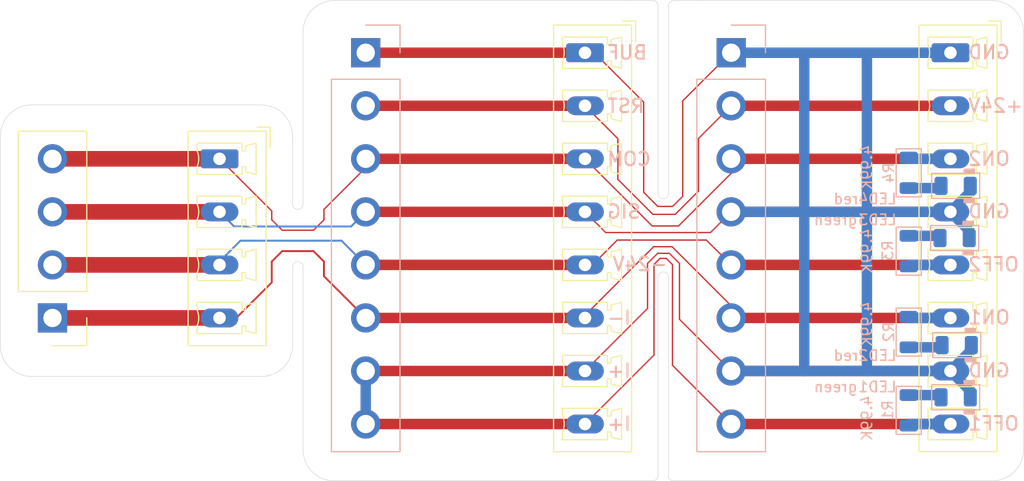
<source format=kicad_pcb>
(kicad_pcb (version 20241229) (generator "pcbnew") (generator_version "9.0")
  (layers (0 "F.Cu" signal) (2 "B.Cu" signal) (13 "F.Paste" user) (15 "B.Paste" user) (5 "F.SilkS" user "F.Silkscreen") (7 "B.SilkS" user "B.Silkscreen") (1 "F.Mask" user) (3 "B.Mask" user) (25 "Edge.Cuts" user))
  (net 0 "")
  (net 1 "/BUF")
  (net 2 "/-24V")
  (net 3 "/COM")
  (net 4 "/Isig-")
  (net 5 "/+24V")
  (net 6 "Net-(LED1-A)")
  (net 7 "Net-(LED2-A)")
  (net 8 "Net-(LED3-A)")
  (net 9 "Net-(LED4-A)")
  (net 10 "/RESET")
  (net 11 "/Isig+")
  (net 12 "/SIG")
  (net 13 "/close2")
  (net 14 "/open2")
  (net 15 "/open1")
  (net 16 "/GND")
  (net 17 "/close1")
  (footprint "Connector_Samtec_HPM_THT:Samtec_HPM-04-01-x-S_Straight_1x04_Pitch5.08mm" (layer "F.Cu") (at 46 79.4 180)
    (property "Reference" "J6" (hide yes))
    (property "Value" "Conn_01x04" (hide yes))
    (pad "1" thru_hole rect (at 0 0 180) (size 2.8 2.8) (drill 1.75) (layers "*.Cu" "*.Mask") (net 4 "/Isig-"))
    (pad "2" thru_hole circle (at 0 5.08 180) (size 2.8 2.8) (drill 1.75) (layers "*.Cu" "*.Mask") (net 2 "/-24V"))
    (pad "3" thru_hole circle (at 0 10.16 180) (size 2.8 2.8) (drill 1.75) (layers "*.Cu" "*.Mask") (net 12 "/SIG"))
    (pad "4" thru_hole circle (at 0 15.24 180) (size 2.8 2.8) (drill 1.75) (layers "*.Cu" "*.Mask") (net 3 "/COM"))
  )
  (footprint "Connector_Phoenix_MC_HighVoltage:PhoenixContact_MCV_1,5_8-G-5.08_1x08_P5.08mm_Vertical" (layer "F.Cu") (at 97 54 -90)
    (property "Reference" "J2" (hide yes))
    (property "Value" "JST_08" (hide yes))
    (pad "1" thru_hole roundrect (at 0 0 270) (size 1.8 3.6) (drill 1.2) (layers "*.Cu" "*.Mask") (roundrect_rratio 0.138889) (net 1 "/BUF"))
    (pad "2" thru_hole oval (at 5.08 0 270) (size 1.8 3.6) (drill 1.2) (layers "*.Cu" "*.Mask") (net 10 "/RESET"))
    (pad "3" thru_hole oval (at 10.16 0 270) (size 1.8 3.6) (drill 1.2) (layers "*.Cu" "*.Mask") (net 3 "/COM"))
    (pad "4" thru_hole oval (at 15.24 0 270) (size 1.8 3.6) (drill 1.2) (layers "*.Cu" "*.Mask") (net 12 "/SIG"))
    (pad "5" thru_hole oval (at 20.32 0 270) (size 1.8 3.6) (drill 1.2) (layers "*.Cu" "*.Mask") (net 2 "/-24V"))
    (pad "6" thru_hole oval (at 25.4 0 270) (size 1.8 3.6) (drill 1.2) (layers "*.Cu" "*.Mask") (net 4 "/Isig-"))
    (pad "7" thru_hole oval (at 30.48 0 270) (size 1.8 3.6) (drill 1.2) (layers "*.Cu" "*.Mask") (net 11 "/Isig+"))
    (pad "8" thru_hole oval (at 35.56 0 270) (size 1.8 3.6) (drill 1.2) (layers "*.Cu" "*.Mask") (net 11 "/Isig+"))
  )
  (footprint "Connector_Phoenix_MC_HighVoltage:PhoenixContact_MCV_1,5_4-G-5.08_1x04_P5.08mm_Vertical" (layer "F.Cu") (at 62 64.16 -90)
    (property "Reference" "J5" (hide yes))
    (property "Value" "JST_04" (hide yes))
    (pad "1" thru_hole roundrect (at 0 0 270) (size 1.8 3.6) (drill 1.2) (layers "*.Cu" "*.Mask") (roundrect_rratio 0.138889) (net 3 "/COM"))
    (pad "2" thru_hole oval (at 5.08 0 270) (size 1.8 3.6) (drill 1.2) (layers "*.Cu" "*.Mask") (net 12 "/SIG"))
    (pad "3" thru_hole oval (at 10.16 0 270) (size 1.8 3.6) (drill 1.2) (layers "*.Cu" "*.Mask") (net 2 "/-24V"))
    (pad "4" thru_hole oval (at 15.24 0 270) (size 1.8 3.6) (drill 1.2) (layers "*.Cu" "*.Mask") (net 4 "/Isig-"))
  )
  (footprint "Connector_Phoenix_MC_HighVoltage:PhoenixContact_MCV_1,5_8-G-5.08_1x08_P5.08mm_Vertical" (layer "F.Cu") (at 132 54 -90)
    (property "Reference" "J4" (hide yes))
    (property "Value" "JST_08" (hide yes))
    (pad "1" thru_hole roundrect (at 0 0 270) (size 1.8 3.6) (drill 1.2) (layers "*.Cu" "*.Mask") (roundrect_rratio 0.138889) (net 16 "/GND"))
    (pad "2" thru_hole oval (at 5.08 0 270) (size 1.8 3.6) (drill 1.2) (layers "*.Cu" "*.Mask") (net 5 "/+24V"))
    (pad "3" thru_hole oval (at 10.16 0 270) (size 1.8 3.6) (drill 1.2) (layers "*.Cu" "*.Mask") (net 14 "/open2"))
    (pad "4" thru_hole oval (at 15.24 0 270) (size 1.8 3.6) (drill 1.2) (layers "*.Cu" "*.Mask") (net 16 "/GND"))
    (pad "5" thru_hole oval (at 20.32 0 270) (size 1.8 3.6) (drill 1.2) (layers "*.Cu" "*.Mask") (net 13 "/close2"))
    (pad "6" thru_hole oval (at 25.4 0 270) (size 1.8 3.6) (drill 1.2) (layers "*.Cu" "*.Mask") (net 15 "/open1"))
    (pad "7" thru_hole oval (at 30.48 0 270) (size 1.8 3.6) (drill 1.2) (layers "*.Cu" "*.Mask") (net 16 "/GND"))
    (pad "8" thru_hole oval (at 35.56 0 270) (size 1.8 3.6) (drill 1.2) (layers "*.Cu" "*.Mask") (net 17 "/close1"))
  )
  (footprint "PCM_LED_SMD_AKL:LED_1206_3216Metric" (layer "B.Cu") (at 132.5 66.75 180)
    (property "Reference" "LED4" (at 7.5 -1.25 0) (layer "B.SilkS") (effects (justify mirror)))
    (property "Value" "red" (at 10.5 -1.25 0) (layer "B.SilkS") (effects (justify mirror)))
    (pad "1" smd roundrect (at -1.4 0 180) (size 1.25 1.75) (layers "B.Cu" "B.Mask" "B.Paste") (roundrect_rratio 0.2) (net 16 "/GND"))
    (pad "2" smd roundrect (at 1.4 0 180) (size 1.25 1.75) (layers "B.Cu" "B.Mask" "B.Paste") (roundrect_rratio 0.2) (net 9 "Net-(LED4-A)"))
  )
  (footprint "PCM_Resistor_SMD_AKL:R_1206_3216Metric" (layer "B.Cu") (at 128 88.25 90)
    (property "Reference" "R1" (at 0 -2 90) (layer "B.SilkS") (effects (justify mirror)))
    (property "Value" "4.99K" (at -0.75 -4 90) (layer "B.SilkS") (effects (justify mirror)))
    (pad "1" smd roundrect (at -1.4625 0 90) (size 1.125 1.75) (layers "B.Cu" "B.Mask" "B.Paste") (roundrect_rratio 0.222222) (net 17 "/close1"))
    (pad "2" smd roundrect (at 1.4625 0 90) (size 1.125 1.75) (layers "B.Cu" "B.Mask" "B.Paste") (roundrect_rratio 0.222222) (net 6 "Net-(LED1-A)"))
  )
  (footprint "Connector_Samtec_HPM_THT:Samtec_HPM-08-01-x-S_Straight_1x08_Pitch5.08mm" (layer "B.Cu") (at 111 54 180)
    (property "Reference" "J3" (hide yes))
    (property "Value" "Conn_01x08" (hide yes))
    (pad "1" thru_hole rect (at 0 0 180) (size 2.8 2.8) (drill 1.75) (layers "*.Cu" "*.Mask") (net 16 "/GND"))
    (pad "2" thru_hole circle (at 0 -5.08 180) (size 2.8 2.8) (drill 1.75) (layers "*.Cu" "*.Mask") (net 5 "/+24V"))
    (pad "3" thru_hole circle (at 0 -10.16 180) (size 2.8 2.8) (drill 1.75) (layers "*.Cu" "*.Mask") (net 14 "/open2"))
    (pad "4" thru_hole circle (at 0 -15.24 180) (size 2.8 2.8) (drill 1.75) (layers "*.Cu" "*.Mask") (net 16 "/GND"))
    (pad "5" thru_hole circle (at 0 -20.32 180) (size 2.8 2.8) (drill 1.75) (layers "*.Cu" "*.Mask") (net 13 "/close2"))
    (pad "6" thru_hole circle (at 0 -25.4 180) (size 2.8 2.8) (drill 1.75) (layers "*.Cu" "*.Mask") (net 15 "/open1"))
    (pad "7" thru_hole circle (at 0 -30.48 180) (size 2.8 2.8) (drill 1.75) (layers "*.Cu" "*.Mask") (net 16 "/GND"))
    (pad "8" thru_hole circle (at 0 -35.56 180) (size 2.8 2.8) (drill 1.75) (layers "*.Cu" "*.Mask") (net 17 "/close1"))
  )
  (footprint "PCM_LED_SMD_AKL:LED_1206_3216Metric" (layer "B.Cu") (at 132.4 71.75 180)
    (property "Reference" "LED3" (at 7.4 1.75 0) (layer "B.SilkS") (effects (justify mirror)))
    (property "Value" "green" (at 11.4 1.75 0) (layer "B.SilkS") (effects (justify mirror)))
    (pad "1" smd roundrect (at -1.4 0 180) (size 1.25 1.75) (layers "B.Cu" "B.Mask" "B.Paste") (roundrect_rratio 0.2) (net 16 "/GND"))
    (pad "2" smd roundrect (at 1.4 0 180) (size 1.25 1.75) (layers "B.Cu" "B.Mask" "B.Paste") (roundrect_rratio 0.2) (net 8 "Net-(LED3-A)"))
  )
  (footprint "PCM_LED_SMD_AKL:LED_1206_3216Metric" (layer "B.Cu") (at 132.6 82 180)
    (property "Reference" "LED2" (at 7.6 -1 0) (layer "B.SilkS") (effects (justify mirror)))
    (property "Value" "red" (at 10.6 -1 0) (layer "B.SilkS") (effects (justify mirror)))
    (pad "1" smd roundrect (at -1.4 0 180) (size 1.25 1.75) (layers "B.Cu" "B.Mask" "B.Paste") (roundrect_rratio 0.2) (net 16 "/GND"))
    (pad "2" smd roundrect (at 1.4 0 180) (size 1.25 1.75) (layers "B.Cu" "B.Mask" "B.Paste") (roundrect_rratio 0.2) (net 7 "Net-(LED2-A)"))
  )
  (footprint "PCM_Resistor_SMD_AKL:R_1206_3216Metric" (layer "B.Cu") (at 128 73 90)
    (property "Reference" "R3" (at 0.05 -2 90) (layer "B.SilkS") (effects (justify mirror)))
    (property "Value" "4.99K" (at 0 -4 90) (layer "B.SilkS") (effects (justify mirror)))
    (pad "1" smd roundrect (at -1.4625 0 90) (size 1.125 1.75) (layers "B.Cu" "B.Mask" "B.Paste") (roundrect_rratio 0.222222) (net 13 "/close2"))
    (pad "2" smd roundrect (at 1.4625 0 90) (size 1.125 1.75) (layers "B.Cu" "B.Mask" "B.Paste") (roundrect_rratio 0.222222) (net 8 "Net-(LED3-A)"))
  )
  (footprint "PCM_Resistor_SMD_AKL:R_1206_3216Metric" (layer "B.Cu") (at 128 65.5 -90)
    (property "Reference" "R4" (at 0 1.905 90) (layer "B.SilkS") (effects (justify mirror)))
    (property "Value" "4.99K" (at -0.5 4 90) (layer "B.SilkS") (effects (justify mirror)))
    (pad "1" smd roundrect (at -1.4625 0 270) (size 1.125 1.75) (layers "B.Cu" "B.Mask" "B.Paste") (roundrect_rratio 0.222222) (net 14 "/open2"))
    (pad "2" smd roundrect (at 1.4625 0 270) (size 1.125 1.75) (layers "B.Cu" "B.Mask" "B.Paste") (roundrect_rratio 0.222222) (net 9 "Net-(LED4-A)"))
  )
  (footprint "PCM_Resistor_SMD_AKL:R_1206_3216Metric" (layer "B.Cu") (at 128 80.75 -90)
    (property "Reference" "R2" (at 0 1.905 90) (layer "B.SilkS") (effects (justify mirror)))
    (property "Value" "4.99K" (at -0.75 4 90) (layer "B.SilkS") (effects (justify mirror)))
    (pad "1" smd roundrect (at -1.4625 0 270) (size 1.125 1.75) (layers "B.Cu" "B.Mask" "B.Paste") (roundrect_rratio 0.222222) (net 15 "/open1"))
    (pad "2" smd roundrect (at 1.4625 0 270) (size 1.125 1.75) (layers "B.Cu" "B.Mask" "B.Paste") (roundrect_rratio 0.222222) (net 7 "Net-(LED2-A)"))
  )
  (footprint "PCM_LED_SMD_AKL:LED_1206_3216Metric" (layer "B.Cu") (at 132.5 87 180)
    (property "Reference" "LED1" (at 7.5 1 0) (layer "B.SilkS") (effects (justify mirror)))
    (property "Value" "green" (at 11.5 1 0) (layer "B.SilkS") (effects (justify mirror)))
    (pad "1" smd roundrect (at -1.4 0 180) (size 1.25 1.75) (layers "B.Cu" "B.Mask" "B.Paste") (roundrect_rratio 0.2) (net 16 "/GND"))
    (pad "2" smd roundrect (at 1.4 0 180) (size 1.25 1.75) (layers "B.Cu" "B.Mask" "B.Paste") (roundrect_rratio 0.2) (net 6 "Net-(LED1-A)"))
  )
  (footprint "Connector_Samtec_HPM_THT:Samtec_HPM-08-01-x-S_Straight_1x08_Pitch5.08mm" (layer "B.Cu") (at 76 54 180)
    (property "Reference" "J1" (hide yes))
    (property "Value" "Conn_01x08" (hide yes))
    (pad "1" thru_hole rect (at 0 0 180) (size 2.8 2.8) (drill 1.75) (layers "*.Cu" "*.Mask") (net 1 "/BUF"))
    (pad "2" thru_hole circle (at 0 -5.08 180) (size 2.8 2.8) (drill 1.75) (layers "*.Cu" "*.Mask") (net 10 "/RESET"))
    (pad "3" thru_hole circle (at 0 -10.16 180) (size 2.8 2.8) (drill 1.75) (layers "*.Cu" "*.Mask") (net 3 "/COM"))
    (pad "4" thru_hole circle (at 0 -15.24 180) (size 2.8 2.8) (drill 1.75) (layers "*.Cu" "*.Mask") (net 12 "/SIG"))
    (pad "5" thru_hole circle (at 0 -20.32 180) (size 2.8 2.8) (drill 1.75) (layers "*.Cu" "*.Mask") (net 2 "/-24V"))
    (pad "6" thru_hole circle (at 0 -25.4 180) (size 2.8 2.8) (drill 1.75) (layers "*.Cu" "*.Mask") (net 4 "/Isig-"))
    (pad "7" thru_hole circle (at 0 -30.48 180) (size 2.8 2.8) (drill 1.75) (layers "*.Cu" "*.Mask") (net 11 "/Isig+"))
    (pad "8" thru_hole circle (at 0 -35.56 180) (size 2.8 2.8) (drill 1.75) (layers "*.Cu" "*.Mask") (net 11 "/Isig+"))
  )
  (gr_line (start 101 49) (end 103.5 49) (stroke (width 0.05)) (layer "Edge.Cuts"))
  (gr_line (start 104 94.5) (end 104 75.5) (stroke (width 0.05)) (layer "Edge.Cuts"))
  (gr_arc (start 104 94.5) (mid 103.853553 94.853553) (end 103.5 95) (stroke (width 0.05)) (layer "Edge.Cuts"))
  (gr_line (start 108 49) (end 105.5 49) (stroke (width 0.05)) (layer "Edge.Cuts"))
  (gr_arc (start 69 82) (mid 68.12132 84.12132) (end 66 85) (stroke (width 0.05)) (layer "Edge.Cuts"))
  (gr_arc (start 136 49) (mid 138.12132 49.87868) (end 139 52) (stroke (width 0.05)) (layer "Edge.Cuts"))
  (gr_line (start 136 49) (end 108 49) (stroke (width 0.05)) (layer "Edge.Cuts"))
  (gr_line (start 69 62) (end 69 68.5) (stroke (width 0.05)) (layer "Edge.Cuts"))
  (gr_line (start 70 68.5) (end 70 52) (stroke (width 0.05)) (layer "Edge.Cuts"))
  (gr_line (start 139 92) (end 139 52) (stroke (width 0.05)) (layer "Edge.Cuts"))
  (gr_arc (start 104 75.5) (mid 104.146447 75.146447) (end 104.5 75) (stroke (width 0.05)) (layer "Edge.Cuts"))
  (gr_line (start 101 49) (end 73 49) (stroke (width 0.05)) (layer "Edge.Cuts"))
  (gr_arc (start 70 52) (mid 70.87868 49.87868) (end 73 49) (stroke (width 0.05)) (layer "Edge.Cuts"))
  (gr_arc (start 70 68.5) (mid 69.853553 68.853553) (end 69.5 69) (stroke (width 0.05)) (layer "Edge.Cuts"))
  (gr_arc (start 104.5 75) (mid 104.853553 75.146447) (end 105 75.5) (stroke (width 0.05)) (layer "Edge.Cuts"))
  (gr_arc (start 105.5 95) (mid 105.146447 94.853553) (end 105 94.5) (stroke (width 0.05)) (layer "Edge.Cuts"))
  (gr_arc (start 41 62) (mid 41.87868 59.87868) (end 44 59) (stroke (width 0.05)) (layer "Edge.Cuts"))
  (gr_arc (start 73 95) (mid 70.87868 94.12132) (end 70 92) (stroke (width 0.05)) (layer "Edge.Cuts"))
  (gr_line (start 108 95) (end 136 95) (stroke (width 0.05)) (layer "Edge.Cuts"))
  (gr_arc (start 139 92) (mid 138.12132 94.12132) (end 136 95) (stroke (width 0.05)) (layer "Edge.Cuts"))
  (gr_line (start 70 74.5) (end 70 92) (stroke (width 0.05)) (layer "Edge.Cuts"))
  (gr_line (start 105 67.5) (end 105 49.5) (stroke (width 0.05)) (layer "Edge.Cuts"))
  (gr_line (start 69 74.5) (end 69 82) (stroke (width 0.05)) (layer "Edge.Cuts"))
  (gr_arc (start 103.5 49) (mid 103.853553 49.146447) (end 104 49.5) (stroke (width 0.05)) (layer "Edge.Cuts"))
  (gr_arc (start 66 59) (mid 68.12132 59.87868) (end 69 62) (stroke (width 0.05)) (layer "Edge.Cuts"))
  (gr_arc (start 104.5 68) (mid 104.146447 67.853553) (end 104 67.5) (stroke (width 0.05)) (layer "Edge.Cuts"))
  (gr_line (start 44 59) (end 66 59) (stroke (width 0.05)) (layer "Edge.Cuts"))
  (gr_line (start 41 82) (end 41 62) (stroke (width 0.05)) (layer "Edge.Cuts"))
  (gr_line (start 66 85) (end 44 85) (stroke (width 0.05)) (layer "Edge.Cuts"))
  (gr_arc (start 105 49.5) (mid 105.146447 49.146447) (end 105.5 49) (stroke (width 0.05)) (layer "Edge.Cuts"))
  (gr_line (start 105.5 95) (end 108 95) (stroke (width 0.05)) (layer "Edge.Cuts"))
  (gr_line (start 105 75.5) (end 105 94.5) (stroke (width 0.05)) (layer "Edge.Cuts"))
  (gr_arc (start 69 74.5) (mid 69.146447 74.146447) (end 69.5 74) (stroke (width 0.05)) (layer "Edge.Cuts"))
  (gr_line (start 73 95) (end 101.001818 95) (stroke (width 0.05)) (layer "Edge.Cuts"))
  (gr_line (start 104 49.5) (end 104 67.5) (stroke (width 0.05)) (layer "Edge.Cuts"))
  (gr_arc (start 44 85) (mid 41.87868 84.12132) (end 41 82) (stroke (width 0.05)) (layer "Edge.Cuts"))
  (gr_arc (start 69.5 74) (mid 69.853553 74.146447) (end 70 74.5) (stroke (width 0.05)) (layer "Edge.Cuts"))
  (gr_arc (start 105 67.5) (mid 104.853553 67.853553) (end 104.5 68) (stroke (width 0.05)) (layer "Edge.Cuts"))
  (gr_line (start 101.001818 95) (end 103.5 95) (stroke (width 0.05)) (layer "Edge.Cuts"))
  (gr_arc (start 69.5 69) (mid 69.146447 68.853553) (end 69 68.5) (stroke (width 0.05)) (layer "Edge.Cuts"))
  (gr_text "OFF2" (at 138.68 75.03 0) (layer "B.SilkS") (effects (font (size 1.3 1.3) (thickness 0.2)) (justify left bottom mirror)))
  (gr_text "GND" (at 137.813333 85.19 0) (layer "B.SilkS") (effects (font (size 1.3 1.3) (thickness 0.2)) (justify left bottom mirror)))
  (gr_text "+24V" (at 139.051428 59.83 0) (layer "B.SilkS") (effects (font (size 1.3 1.3) (thickness 0.2)) (justify left bottom mirror)))
  (gr_text "OFF1" (at 138.68 90.27 0) (layer "B.SilkS") (effects (font (size 1.3 1.3) (thickness 0.2)) (justify left bottom mirror)))
  (gr_text "GND\n" (at 137.813333 69.95 0) (layer "B.SilkS") (effects (font (size 1.3 1.3) (thickness 0.2)) (justify left bottom mirror)))
  (gr_text "SIG" (at 102.438571 69.98 0) (layer "B.SilkS") (effects (font (size 1.3 1.3) (thickness 0.2)) (justify left bottom mirror)))
  (gr_text "I+" (at 101.51 90.3 0) (layer "B.SilkS") (effects (font (size 1.3 1.3) (thickness 0.2)) (justify left bottom mirror)))
  (gr_text "RST" (at 102.809999 59.86 0) (layer "B.SilkS") (effects (font (size 1.3 1.3) (thickness 0.2)) (justify left bottom mirror)))
  (gr_text "I-" (at 101.51 80.14 0) (layer "B.SilkS") (effects (font (size 1.3 1.3) (thickness 0.2)) (justify left bottom mirror)))
  (gr_text "ON2" (at 137.813333 64.91 0) (layer "B.SilkS") (effects (font (size 1.3 1.3) (thickness 0.2)) (justify left bottom mirror)))
  (gr_text "COM" (at 103.429047 64.94 0) (layer "B.SilkS") (effects (font (size 1.3 1.3) (thickness 0.2)) (justify left bottom mirror)))
  (gr_text "BUF" (at 103.057619 54.74 0) (layer "B.SilkS") (effects (font (size 1.3 1.3) (thickness 0.2)) (justify left bottom mirror)))
  (gr_text "GND" (at 137.813333 54.71 0) (layer "B.SilkS") (effects (font (size 1.3 1.3) (thickness 0.2)) (justify left bottom mirror)))
  (gr_text "-24V" (at 105 75 0) (layer "B.SilkS") (effects (font (size 1.3 1.3) (thickness 0.2)) (justify left bottom mirror)))
  (gr_text "ON1" (at 137.813333 80.11 0) (layer "B.SilkS") (effects (font (size 1.3 1.3) (thickness 0.2)) (justify left bottom mirror)))
  (gr_text "I+" (at 101.51 85.22 0) (layer "B.SilkS") (effects (font (size 1.3 1.3) (thickness 0.2)) (justify left bottom mirror)))
  (segment (start 97 89.56) (end 103.61 82.95) (width 0.13) (layer "F.Cu") (net 1))
  (segment (start 111 89.56) (end 132 89.56) (width 1) (layer "F.Cu") (net 1))
  (segment (start 102.62 67.37) (end 103.97 68.72) (width 0.13) (layer "F.Cu") (net 1))
  (segment (start 98.98 71.22) (end 109.02 71.22) (width 0.13) (layer "F.Cu") (net 1))
  (segment (start 109.02 71.22) (end 111 69.24) (width 0.13) (layer "F.Cu") (net 1))
  (segment (start 103.96 73.21) (end 105.08 73.21) (width 0.13) (layer "F.Cu") (net 1))
  (segment (start 97 84.48) (end 76 84.48) (width 1) (layer "F.Cu") (net 1))
  (segment (start 106.36 58.61) (end 110.97 54) (width 0.13) (layer "F.Cu") (net 1))
  (segment (start 105.08 73.21) (end 106.05 74.18) (width 0.13) (layer "F.Cu") (net 1))
  (segment (start 97.89 54) (end 102.62 58.73) (width 0.13) (layer "F.Cu") (net 1))
  (segment (start 97 84.48) (end 102.99 78.49) (width 0.13) (layer "F.Cu") (net 1))
  (segment (start 102.99 74.18) (end 103.96 73.21) (width 0.13) (layer "F.Cu") (net 1))
  (segment (start 106.05 74.18) (end 106.05 79.53) (width 0.13) (layer "F.Cu") (net 1))
  (segment (start 106.05 79.53) (end 111 84.48) (width 0.13) (layer "F.Cu") (net 1))
  (segment (start 97 54) (end 76 54) (width 1) (layer "F.Cu") (net 1))
  (segment (start 102.62 58.73) (end 102.62 67.37) (width 0.13) (layer "F.Cu") (net 1))
  (segment (start 104.79 73.7) (end 105.38 74.29) (width 0.13) (layer "F.Cu") (net 1))
  (segment (start 103.97 68.72) (end 105.39 68.72) (width 0.13) (layer "F.Cu") (net 1))
  (segment (start 105.38 74.29) (end 105.38 83.94) (width 0.13) (layer "F.Cu") (net 1))
  (segment (start 97 69.24) (end 76 69.24) (width 1) (layer "F.Cu") (net 1))
  (segment (start 97 89.56) (end 76 89.56) (width 1) (layer "F.Cu") (net 1))
  (segment (start 103.61 74.27365) (end 104.18365 73.7) (width 0.13) (layer "F.Cu") (net 1))
  (segment (start 97 54) (end 97.89 54) (width 0.13) (layer "F.Cu") (net 1))
  (segment (start 104.18365 73.7) (end 104.79 73.7) (width 0.13) (layer "F.Cu") (net 1))
  (segment (start 105.38 83.94) (end 111 89.56) (width 0.13) (layer "F.Cu") (net 1))
  (segment (start 97 69.24) (end 98.98 71.22) (width 0.13) (layer "F.Cu") (net 1))
  (segment (start 103.61 82.95) (end 103.61 74.27365) (width 0.13) (layer "F.Cu") (net 1))
  (segment (start 105.39 68.72) (end 106.36 67.75) (width 0.13) (layer "F.Cu") (net 1))
  (segment (start 102.99 78.49) (end 102.99 74.18) (width 0.13) (layer "F.Cu") (net 1))
  (segment (start 106.36 67.75) (end 106.36 58.61) (width 0.13) (layer "F.Cu") (net 1))
  (segment (start 110.97 54) (end 111 54) (width 0.13) (layer "F.Cu") (net 1))
  (segment (start 124 84.48) (end 124 69.24) (width 1) (layer "B.Cu") (net 1))
  (segment (start 132 89.56) (end 128.1525 89.56) (width 1) (layer "B.Cu") (net 1))
  (segment (start 133.9 67.34) (end 132 69.24) (width 1) (layer "B.Cu") (net 1))
  (segment (start 133.8 71.75) (end 133.8 71.04) (width 1) (layer "B.Cu") (net 1))
  (segment (start 76 84.48) (end 76 89.56) (width 1) (layer "B.Cu") (net 1))
  (segment (start 124 69.24) (end 111 69.24) (width 1) (layer "B.Cu") (net 1))
  (segment (start 124 54) (end 118 54) (width 1) (layer "B.Cu") (net 1))
  (segment (start 134 82.48) (end 132 84.48) (width 1) (layer "B.Cu") (net 1))
  (segment (start 132 69.24) (end 124 69.24) (width 1) (layer "B.Cu") (net 1))
  (segment (start 124 84.48) (end 118 84.48) (width 1) (layer "B.Cu") (net 1))
  (segment (start 128.1525 89.56) (end 128 89.7125) (width 1) (layer "B.Cu") (net 1))
  (segment (start 133.9 86.38) (end 132 84.48) (width 1) (layer "B.Cu") (net 1))
  (segment (start 118 54) (end 111 54) (width 1) (layer "B.Cu") (net 1))
  (segment (start 134 82) (end 134 82.48) (width 1) (layer "B.Cu") (net 1))
  (segment (start 133.9 87) (end 133.9 86.38) (width 1) (layer "B.Cu") (net 1))
  (segment (start 118 54) (end 118 84.48) (width 1) (layer "B.Cu") (net 1))
  (segment (start 132 54) (end 124 54) (width 1) (layer "B.Cu") (net 1))
  (segment (start 133.8 71.04) (end 132 69.24) (width 1) (layer "B.Cu") (net 1))
  (segment (start 118 84.48) (end 111 84.48) (width 1) (layer "B.Cu") (net 1))
  (segment (start 133.9 66.75) (end 133.9 67.34) (width 1) (layer "B.Cu") (net 1))
  (segment (start 124 69.24) (end 124 54) (width 1) (layer "B.Cu") (net 1))
  (segment (start 132 84.48) (end 124 84.48) (width 1) (layer "B.Cu") (net 1))
  (segment (start 100.09 71.94) (end 108.62 71.94) (width 0.13) (layer "F.Cu") (net 2))
  (segment (start 97.71 74.32) (end 100.09 71.94) (width 0.13) (layer "F.Cu") (net 2))
  (segment (start 111 74.32) (end 132 74.32) (width 1) (layer "F.Cu") (net 2))
  (segment (start 62 74.32) (end 46 74.32) (width 1.5) (layer "F.Cu") (net 2))
  (segment (start 97 74.32) (end 97.71 74.32) (width 0.13) (layer "F.Cu") (net 2))
  (segment (start 108.62 71.94) (end 111 74.32) (width 0.13) (layer "F.Cu") (net 2))
  (segment (start 97 74.32) (end 76 74.32) (width 1) (layer "F.Cu") (net 2))
  (segment (start 64 72) (end 73.68 72) (width 0.18) (layer "B.Cu") (net 2))
  (segment (start 132 74.32) (end 128.1425 74.32) (width 1) (layer "B.Cu") (net 2))
  (segment (start 62 74.32) (end 62 74) (width 0.18) (layer "B.Cu") (net 2))
  (segment (start 73.68 72) (end 76 74.32) (width 0.18) (layer "B.Cu") (net 2))
  (segment (start 62 74) (end 64 72) (width 0.18) (layer "B.Cu") (net 2))
  (segment (start 128.1425 74.32) (end 128 74.4625) (width 1) (layer "B.Cu") (net 2))
  (segment (start 71 71) (end 72 70) (width 0.13) (layer "F.Cu") (net 3))
  (segment (start 97 64.16) (end 103.429 70.589) (width 0.13) (layer "F.Cu") (net 3))
  (segment (start 111 65.55) (end 111 64.16) (width 0.13) (layer "F.Cu") (net 3))
  (segment (start 72 70) (end 72 69) (width 0.13) (layer "F.Cu") (net 3))
  (segment (start 76 65) (end 72 69) (width 0.13) (layer "F.Cu") (net 3))
  (segment (start 105.961 70.589) (end 111 65.55) (width 0.13) (layer "F.Cu") (net 3))
  (segment (start 62 64.16) (end 67 69.16) (width 0.13) (layer "F.Cu") (net 3))
  (segment (start 62 64.16) (end 46 64.16) (width 1.5) (layer "F.Cu") (net 3))
  (segment (start 97 64.16) (end 76 64.16) (width 1) (layer "F.Cu") (net 3))
  (segment (start 76 64.16) (end 76 65) (width 0.13) (layer "F.Cu") (net 3))
  (segment (start 68 71) (end 71 71) (width 0.13) (layer "F.Cu") (net 3))
  (segment (start 67 69.16) (end 67 70) (width 0.13) (layer "F.Cu") (net 3))
  (segment (start 67 70) (end 68 71) (width 0.13) (layer "F.Cu") (net 3))
  (segment (start 111 64.16) (end 132 64.16) (width 1) (layer "F.Cu") (net 3))
  (segment (start 103.429 70.589) (end 105.961 70.589) (width 0.13) (layer "F.Cu") (net 3))
  (segment (start 132 64.16) (end 128.1225 64.16) (width 1) (layer "B.Cu") (net 3))
  (segment (start 128.1225 64.16) (end 128 64.0375) (width 1) (layer "B.Cu") (net 3))
  (segment (start 111 79.4) (end 132 79.4) (width 1) (layer "F.Cu") (net 4))
  (segment (start 76 79.4) (end 72 75.4) (width 0.18) (layer "F.Cu") (net 4))
  (segment (start 103.571 72.579) (end 105.341368 72.579) (width 0.13) (layer "F.Cu") (net 4))
  (segment (start 67 76) (end 63.6 79.4) (width 0.18) (layer "F.Cu") (net 4))
  (segment (start 97 79.4) (end 97 79.15) (width 0.13) (layer "F.Cu") (net 4))
  (segment (start 72 74) (end 71 73) (width 0.18) (layer "F.Cu") (net 4))
  (segment (start 97 79.15) (end 103.571 72.579) (width 0.13) (layer "F.Cu") (net 4))
  (segment (start 72 75.4) (end 72 74) (width 0.18) (layer "F.Cu") (net 4))
  (segment (start 68 73) (end 67 74) (width 0.18) (layer "F.Cu") (net 4))
  (segment (start 71 73) (end 68 73) (width 0.18) (layer "F.Cu") (net 4))
  (segment (start 63.6 79.4) (end 62 79.4) (width 0.18) (layer "F.Cu") (net 4))
  (segment (start 111 78.237632) (end 111 79.4) (width 0.13) (layer "F.Cu") (net 4))
  (segment (start 97 79.4) (end 76 79.4) (width 1) (layer "F.Cu") (net 4))
  (segment (start 62 79.4) (end 46 79.4) (width 1.5) (layer "F.Cu") (net 4))
  (segment (start 105.341368 72.579) (end 111 78.237632) (width 0.13) (layer "F.Cu") (net 4))
  (segment (start 67 74) (end 67 76) (width 0.18) (layer "F.Cu") (net 4))
  (segment (start 132 79.4) (end 128.1125 79.4) (width 1) (layer "B.Cu") (net 4))
  (segment (start 128.1125 79.4) (end 128 79.2875) (width 1) (layer "B.Cu") (net 4))
  (segment (start 107.87 67.25) (end 107.87 62.21) (width 0.13) (layer "F.Cu") (net 5))
  (segment (start 100.15 62.23) (end 100.15 66.13) (width 0.13) (layer "F.Cu") (net 5))
  (segment (start 111 59.08) (end 132 59.08) (width 1) (layer "F.Cu") (net 5))
  (segment (start 107.87 62.21) (end 111 59.08) (width 0.13) (layer "F.Cu") (net 5))
  (segment (start 97 59.08) (end 76 59.08) (width 1) (layer "F.Cu") (net 5))
  (segment (start 103.5 69.48) (end 105.64 69.48) (width 0.13) (layer "F.Cu") (net 5))
  (segment (start 100.15 66.13) (end 103.5 69.48) (width 0.13) (layer "F.Cu") (net 5))
  (segment (start 97 59.08) (end 100.15 62.23) (width 0.13) (layer "F.Cu") (net 5))
  (segment (start 105.64 69.48) (end 107.87 67.25) (width 0.13) (layer "F.Cu") (net 5))
  (segment (start 128 86.7875) (end 130.8875 86.7875) (width 1) (layer "B.Cu") (net 6))
  (segment (start 130.8875 86.7875) (end 131.1 87) (width 1) (layer "B.Cu") (net 6))
  (segment (start 130.9875 82.2125) (end 131.2 82) (width 1) (layer "B.Cu") (net 7))
  (segment (start 128 82.2125) (end 130.9875 82.2125) (width 1) (layer "B.Cu") (net 7))
  (segment (start 128 71.5375) (end 130.7875 71.5375) (width 1) (layer "B.Cu") (net 8))
  (segment (start 130.7875 71.5375) (end 131 71.75) (width 1) (layer "B.Cu") (net 8))
  (segment (start 130.8875 66.9625) (end 131.1 66.75) (width 1) (layer "B.Cu") (net 9))
  (segment (start 128 66.9625) (end 130.8875 66.9625) (width 1) (layer "B.Cu") (net 9))
  (segment (start 62 69.24) (end 46 69.24) (width 1.5) (layer "F.Cu") (net 12))
  (segment (start 76 69.24) (end 74.600001 70.639999) (width 0.18) (layer "B.Cu") (net 12))
  (segment (start 74.600001 70.639999) (end 63.399999 70.639999) (width 0.18) (layer "B.Cu") (net 12))
  (segment (start 63.399999 70.639999) (end 62 69.24) (width 0.18) (layer "B.Cu") (net 12))
  (segment (start 132 84.48) (end 112.066 84.48) (width 1) (layer "F.Cu") (net 16))
  (segment (start 132 54) (end 112.066 54) (width 1) (layer "F.Cu") (net 16))
  (segment (start 132 69.24) (end 112.066 69.24) (width 1) (layer "F.Cu") (net 16))
)
</source>
